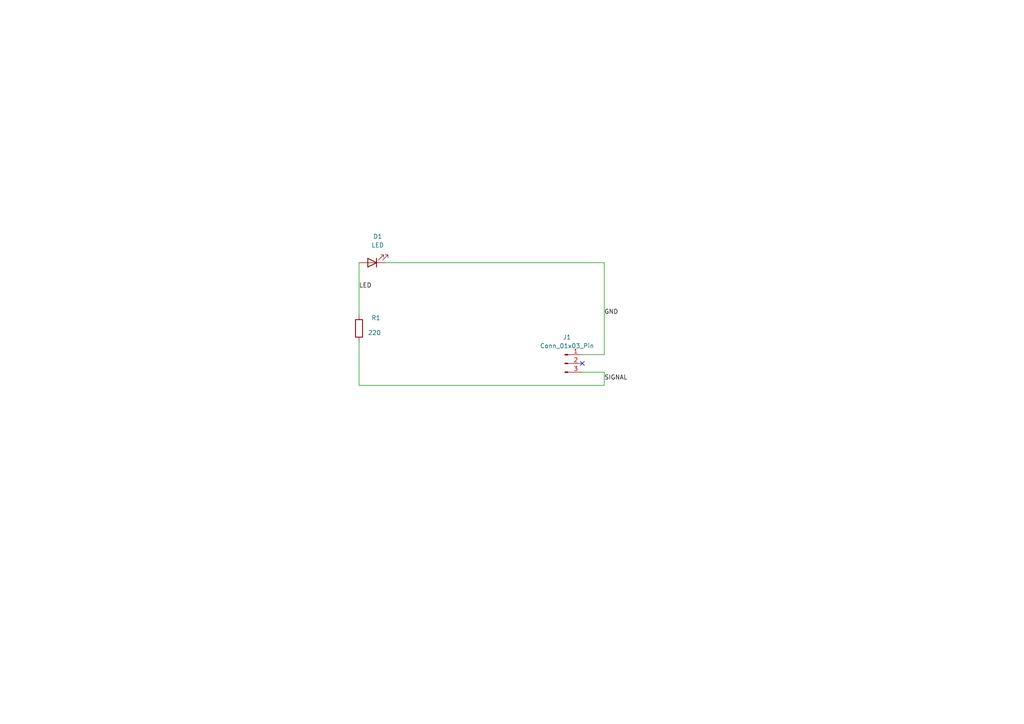
<source format=kicad_sch>
(kicad_sch (version 20231120) (generator "eeschema") (generator_version "8.0")
  (paper "A4")
  (lib_symbols
    (symbol "Connector:Conn_01x03_Pin" (pin_names (offset 1.016) hide)
      (property "Reference" "J" (at 0 5.08 0))
      (property "Value" "Conn_01x03_Pin" (at 0 -5.08 0))
      (symbol "Conn_01x03_Pin_1_1"
        (polyline (pts (xy 1.27 -2.54) (xy 0.8636 -2.54)) (stroke (width 0.1524)))
        (polyline (pts (xy 1.27 0) (xy 0.8636 0)) (stroke (width 0.1524)))
        (polyline (pts (xy 1.27 2.54) (xy 0.8636 2.54)) (stroke (width 0.1524)))
        (rectangle (start 0.8636 -2.413) (end 0 -2.667) (stroke (width 0.1524)) (fill (type outline)))
        (rectangle (start 0.8636 0.127) (end 0 -0.127) (stroke (width 0.1524)) (fill (type outline)))
        (rectangle (start 0.8636 2.667) (end 0 2.413) (stroke (width 0.1524)) (fill (type outline)))
        (pin passive line (at 5.08 2.54 180) (length 3.81) (name "Pin_1") (number "1"))
        (pin passive line (at 5.08 0 180) (length 3.81) (name "Pin_2") (number "2"))
        (pin passive line (at 5.08 -2.54 180) (length 3.81) (name "Pin_3") (number "3"))
      )
    )
    (symbol "Device:LED" (pin_numbers hide) (pin_names (offset 1.016) hide)
      (property "Reference" "D" (at 0 2.54 0))
      (property "Value" "LED" (at 0 -2.54 0))
      (symbol "LED_0_1"
        (polyline (pts (xy -1.27 -1.27) (xy -1.27 1.27)) (stroke (width 0.254)))
        (polyline (pts (xy -1.27 0) (xy 1.27 0)))
        (polyline (pts (xy 1.27 -1.27) (xy 1.27 1.27) (xy -1.27 0) (xy 1.27 -1.27)) (stroke (width 0.254)))
        (polyline (pts (xy -3.048 -0.762) (xy -4.572 -2.286) (xy -3.81 -2.286) (xy -4.572 -2.286) (xy -4.572 -1.524)))
        (polyline (pts (xy -1.778 -0.762) (xy -3.302 -2.286) (xy -2.54 -2.286) (xy -3.302 -2.286) (xy -3.302 -1.524)))
      )
      (symbol "LED_1_1"
        (pin passive line (at -3.81 0 0) (length 2.54) (name "K") (number "1"))
        (pin passive line (at 3.81 0 180) (length 2.54) (name "A") (number "2"))
      )
    )
    (symbol "Device:R" (pin_numbers hide) (pin_names (offset 0))
      (property "Reference" "R" (at 2.032 0 90))
      (property "Value" "R" (at 0 0 90))
      (symbol "R_0_1"
        (rectangle (start -1.016 -2.54) (end 1.016 2.54) (stroke (width 0.254)))
      )
      (symbol "R_1_1"
        (pin passive line (at 0 3.81 270) (length 1.27) (name "~") (number "1"))
        (pin passive line (at 0 -3.81 90) (length 1.27) (name "~") (number "2"))
      )
    )
  )
  (no_connect (at 168.91 105.41))
  (wire (pts (xy 168.91 102.87) (xy 175.26 102.87)))
  (wire (pts (xy 104.14 76.2) (xy 104.14 91.44)))
  (wire (pts (xy 175.26 76.2) (xy 111.76 76.2)))
  (wire (pts (xy 175.26 102.87) (xy 175.26 76.2)))
  (wire (pts (xy 104.14 111.76) (xy 175.26 111.76)))
  (wire (pts (xy 168.91 107.95) (xy 175.26 107.95)))
  (wire (pts (xy 104.14 99.06) (xy 104.14 111.76)))
  (wire (pts (xy 175.26 111.76) (xy 175.26 107.95)))
  (label "SIGNAL" (at 175.26 110.49 0))
  (label "LED" (at 104.14 83.82 0))
  (label "GND" (at 175.26 91.44 0))
  (symbol (lib_id "Device:R") (at 104.14 95.25 0) (unit 1)
    (property "Reference" "R1" (at 107.696 92.202 0) (effects (justify left)))
    (property "Value" "220" (at 106.68 96.5199 0) (effects (justify left)))
    (property "Footprint" "Resistor_THT:R_Axial_DIN0207_L6.3mm_D2.5mm_P10.16mm_Horizontal" (effects (hide yes)))
    (property "Description" "Resistor" (effects (hide yes)))
  )
  (symbol (lib_id "Device:LED") (at 107.95 76.2 180) (unit 1)
    (property "Reference" "D1" (at 109.5375 68.58 0))
    (property "Value" "LED" (at 109.5375 71.12 0))
    (property "Footprint" "LED_THT:LED_D10.0mm" (effects (hide yes)))
    (property "Description" "Light emitting diode" (effects (hide yes)))
  )
  (symbol (lib_id "Connector:Conn_01x03_Pin") (at 163.83 105.41 0) (unit 1)
    (property "Reference" "J1" (at 164.465 97.79 0))
    (property "Value" "Conn_01x03_Pin" (at 164.465 100.33 0))
    (property "Footprint" "Connector_PinHeader_2.54mm:PinHeader_1x03_P2.54mm_Vertical" (effects (hide yes)))
    (property "Description" "Generic connector, single row, 01x03, script generated" (effects (hide yes)))
  )
)
</source>
